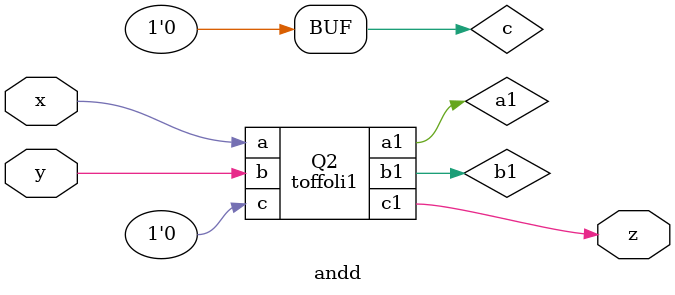
<source format=v>
module toffoli1(a,b,c,a1,b1,c1);
input a,b,c;
output a1,b1,c1;
wire t1;
buf (a1,a);
buf (b1,b);
and (t1,a,b);
xor (c1,t1,c);
endmodule

module andd(x,y,z);
input x,y;
output z;
toffoli1 Q2(x,y,c,a1,b1,z);
assign c=0;
endmodule

</source>
